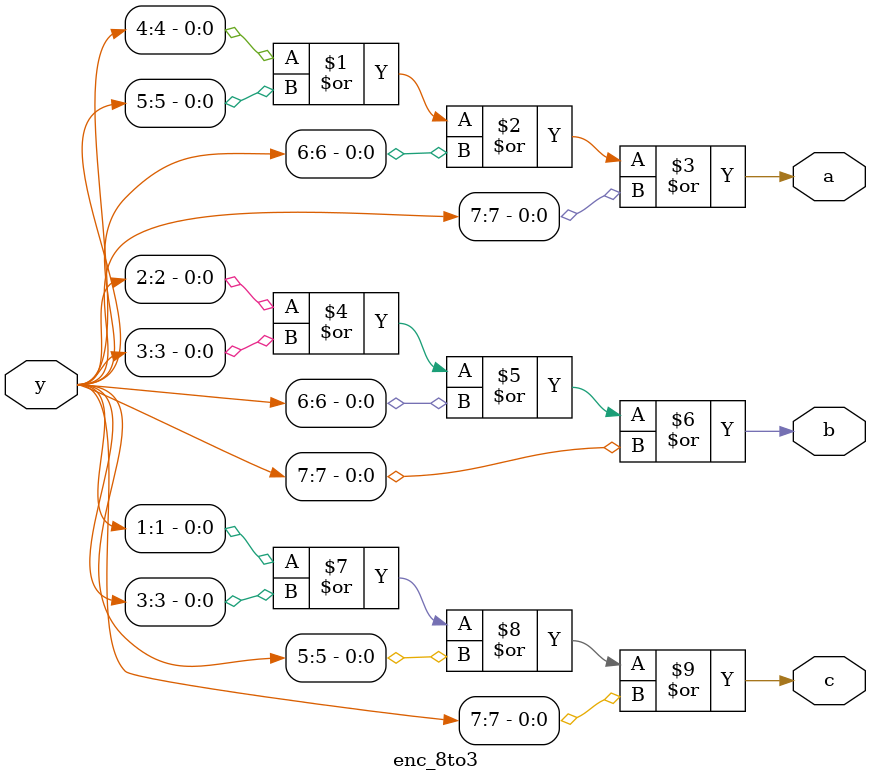
<source format=v>
module enc_8to3(y,a,b,c);
input [7:0] y;
output a,b,c;
assign a=y[4] | y[5] | y[6] | y[7];
assign b=y[2] | y[3] | y[6] | y[7];
assign c=y[1] | y[3] | y[5] | y[7];
endmodule


</source>
